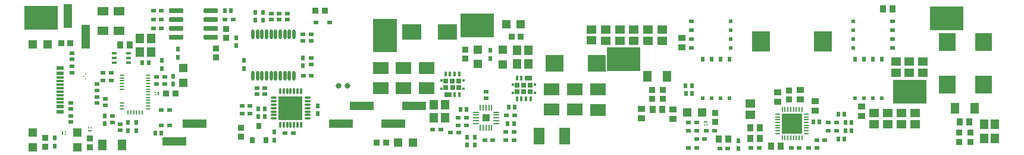
<source format=gbr>
%TF.GenerationSoftware,Altium Limited,Altium Designer,19.0.15 (446)*%
G04 Layer_Color=8421504*
%FSLAX45Y45*%
%MOMM*%
%TF.FileFunction,Paste,Top*%
%TF.Part,Single*%
G01*
G75*
%TA.AperFunction,SMDPad,CuDef*%
%ADD10R,3.43000X1.27000*%
%TA.AperFunction,ConnectorPad*%
%ADD11R,0.60000X0.75000*%
%TA.AperFunction,SMDPad,CuDef*%
%ADD12R,0.60000X0.75000*%
%ADD13R,0.64000X0.60000*%
%ADD14R,0.60000X0.64000*%
%ADD15R,0.75000X0.60000*%
%ADD16R,1.20000X1.20000*%
%ADD17R,0.85000X0.95000*%
%ADD18R,0.27000X0.17000*%
%ADD19R,0.17000X0.52000*%
%ADD20R,1.30000X1.40000*%
%ADD21R,0.90000X1.00000*%
G04:AMPARAMS|DCode=22|XSize=0.6mm|YSize=0.2mm|CornerRadius=0.04mm|HoleSize=0mm|Usage=FLASHONLY|Rotation=90.000|XOffset=0mm|YOffset=0mm|HoleType=Round|Shape=RoundedRectangle|*
%AMROUNDEDRECTD22*
21,1,0.60000,0.12000,0,0,90.0*
21,1,0.52000,0.20000,0,0,90.0*
1,1,0.08000,0.06000,0.26000*
1,1,0.08000,0.06000,-0.26000*
1,1,0.08000,-0.06000,-0.26000*
1,1,0.08000,-0.06000,0.26000*
%
%ADD22ROUNDEDRECTD22*%
G04:AMPARAMS|DCode=23|XSize=0.2mm|YSize=0.6mm|CornerRadius=0.04mm|HoleSize=0mm|Usage=FLASHONLY|Rotation=90.000|XOffset=0mm|YOffset=0mm|HoleType=Round|Shape=RoundedRectangle|*
%AMROUNDEDRECTD23*
21,1,0.20000,0.52000,0,0,90.0*
21,1,0.12000,0.60000,0,0,90.0*
1,1,0.08000,0.26000,0.06000*
1,1,0.08000,0.26000,-0.06000*
1,1,0.08000,-0.26000,-0.06000*
1,1,0.08000,-0.26000,0.06000*
%
%ADD23ROUNDEDRECTD23*%
%ADD28R,1.20000X1.65000*%
%TA.AperFunction,ConnectorPad*%
%ADD29R,0.95000X0.85000*%
%TA.AperFunction,SMDPad,CuDef*%
%ADD30R,0.17000X0.27000*%
%ADD31R,0.52000X0.17000*%
G04:AMPARAMS|DCode=32|XSize=0.2mm|YSize=0.2mm|CornerRadius=0.05mm|HoleSize=0mm|Usage=FLASHONLY|Rotation=0.000|XOffset=0mm|YOffset=0mm|HoleType=Round|Shape=RoundedRectangle|*
%AMROUNDEDRECTD32*
21,1,0.20000,0.10000,0,0,0.0*
21,1,0.10000,0.20000,0,0,0.0*
1,1,0.10000,0.05000,-0.05000*
1,1,0.10000,-0.05000,-0.05000*
1,1,0.10000,-0.05000,0.05000*
1,1,0.10000,0.05000,0.05000*
%
%ADD32ROUNDEDRECTD32*%
G04:AMPARAMS|DCode=33|XSize=1.97mm|YSize=0.6mm|CornerRadius=0.075mm|HoleSize=0mm|Usage=FLASHONLY|Rotation=0.000|XOffset=0mm|YOffset=0mm|HoleType=Round|Shape=RoundedRectangle|*
%AMROUNDEDRECTD33*
21,1,1.97000,0.45000,0,0,0.0*
21,1,1.82000,0.60000,0,0,0.0*
1,1,0.15000,0.91000,-0.22500*
1,1,0.15000,-0.91000,-0.22500*
1,1,0.15000,-0.91000,0.22500*
1,1,0.15000,0.91000,0.22500*
%
%ADD33ROUNDEDRECTD33*%
%ADD34R,0.95000X0.85000*%
%ADD35R,2.23000X1.80000*%
G04:AMPARAMS|DCode=37|XSize=0.83mm|YSize=0.22mm|CornerRadius=0.0275mm|HoleSize=0mm|Usage=FLASHONLY|Rotation=90.000|XOffset=0mm|YOffset=0mm|HoleType=Round|Shape=RoundedRectangle|*
%AMROUNDEDRECTD37*
21,1,0.83000,0.16500,0,0,90.0*
21,1,0.77500,0.22000,0,0,90.0*
1,1,0.05500,0.08250,0.38750*
1,1,0.05500,0.08250,-0.38750*
1,1,0.05500,-0.08250,-0.38750*
1,1,0.05500,-0.08250,0.38750*
%
%ADD37ROUNDEDRECTD37*%
G04:AMPARAMS|DCode=38|XSize=0.83mm|YSize=0.22mm|CornerRadius=0.0275mm|HoleSize=0mm|Usage=FLASHONLY|Rotation=180.000|XOffset=0mm|YOffset=0mm|HoleType=Round|Shape=RoundedRectangle|*
%AMROUNDEDRECTD38*
21,1,0.83000,0.16500,0,0,180.0*
21,1,0.77500,0.22000,0,0,180.0*
1,1,0.05500,-0.38750,0.08250*
1,1,0.05500,0.38750,0.08250*
1,1,0.05500,0.38750,-0.08250*
1,1,0.05500,-0.38750,-0.08250*
%
%ADD38ROUNDEDRECTD38*%
%ADD39R,1.20000X1.20000*%
%TA.AperFunction,ConnectorPad*%
%ADD40R,1.00000X0.90000*%
%ADD41R,0.90000X1.00000*%
%ADD42R,0.75000X0.60000*%
%ADD43R,0.60000X0.64000*%
%TA.AperFunction,SMDPad,CuDef*%
%ADD44R,0.66000X0.32000*%
%TA.AperFunction,ConnectorPad*%
%ADD46R,1.00000X0.30000*%
%ADD47R,1.00000X0.60000*%
%TA.AperFunction,SMDPad,CuDef*%
%ADD48R,1.27000X3.43000*%
%ADD49R,4.70000X3.43000*%
%ADD50R,1.65000X1.20000*%
%ADD52R,0.44000X0.65000*%
%ADD53R,0.35000X0.30000*%
%ADD54R,1.09000X0.65000*%
%TA.AperFunction,ConnectorPad*%
%ADD55R,0.85000X0.95000*%
%TA.AperFunction,SMDPad,CuDef*%
%ADD56R,2.70000X2.20000*%
%TA.AperFunction,ConnectorPad*%
%ADD57R,0.80000X0.90000*%
%TA.AperFunction,SMDPad,CuDef*%
%ADD58R,3.35000X3.35000*%
%TA.AperFunction,ConnectorPad*%
%ADD59O,0.30000X0.95000*%
%ADD60O,0.95000X0.30000*%
%TA.AperFunction,SMDPad,CuDef*%
%ADD61O,0.45000X1.40000*%
%TA.AperFunction,ConnectorPad*%
%ADD62R,0.70000X0.50000*%
%TA.AperFunction,SMDPad,CuDef*%
%ADD63R,1.40000X1.30000*%
%ADD64R,1.00000X0.90000*%
%ADD66R,0.55000X0.50000*%
%ADD67R,0.65000X0.50000*%
%ADD69R,0.50000X0.55000*%
%ADD70R,0.50000X0.65000*%
%ADD71R,3.00000X3.00000*%
%ADD72O,0.20000X0.70000*%
%ADD73O,0.70000X0.20000*%
%ADD74R,2.50000X3.00000*%
%ADD75R,2.45000X2.55000*%
%ADD76R,1.50000X2.40000*%
%ADD77R,2.55000X2.45000*%
%ADD78R,3.43000X4.70000*%
%ADD79C,0.80010*%
%TA.AperFunction,NonConductor*%
%ADD141R,0.70000X0.70000*%
%ADD142R,0.70000X0.70000*%
%ADD143R,0.70000X0.70000*%
%TA.AperFunction,SMDPad,CuDef*%
%ADD144R,1.10000X1.10000*%
D10*
X6010835Y1706855D02*
D03*
X5718835Y1452855D02*
D03*
X3346475Y1193775D02*
D03*
X3638475Y1447775D02*
D03*
X6463975Y1450315D02*
D03*
X6755975Y1704315D02*
D03*
D11*
X7508435Y1257294D02*
D03*
Y1142294D02*
D03*
X2352015Y1563035D02*
D03*
Y1448035D02*
D03*
X4767755Y1213801D02*
D03*
Y1328801D02*
D03*
X4609975Y2929975D02*
D03*
Y3044975D02*
D03*
X4497475Y2929975D02*
D03*
Y3044975D02*
D03*
D12*
X7622735Y1257262D02*
D03*
Y1142262D02*
D03*
X2807474Y1352175D02*
D03*
Y1467175D02*
D03*
X3327375Y2014974D02*
D03*
Y2129974D02*
D03*
X3165515Y2242095D02*
D03*
Y2357095D02*
D03*
X3395955Y2398655D02*
D03*
Y2513655D02*
D03*
X2687295Y1352175D02*
D03*
Y1467175D02*
D03*
X5176495Y2391735D02*
D03*
Y2276735D02*
D03*
X11369975Y1207475D02*
D03*
Y1092475D02*
D03*
X1648435Y1243843D02*
D03*
Y1128843D02*
D03*
X7842475Y2499975D02*
D03*
Y2384975D02*
D03*
X5389855Y1706654D02*
D03*
Y1591654D02*
D03*
X4335755Y2241175D02*
D03*
Y2356175D02*
D03*
X4223995Y2681840D02*
D03*
Y2566840D02*
D03*
D13*
X2468855Y1469814D02*
D03*
Y1557815D02*
D03*
X2575535Y1445235D02*
D03*
Y1357235D02*
D03*
X1877443Y1560355D02*
D03*
Y1472355D02*
D03*
X2361823Y1803647D02*
D03*
Y1715647D02*
D03*
X2249975Y1743799D02*
D03*
Y1831799D02*
D03*
X2249974Y2013975D02*
D03*
Y1925975D02*
D03*
X1877035Y1661414D02*
D03*
Y1749414D02*
D03*
X5295318Y2387078D02*
D03*
Y2299078D02*
D03*
X7782475Y1905131D02*
D03*
Y1817131D02*
D03*
X1889735Y2269015D02*
D03*
Y2181015D02*
D03*
Y2374054D02*
D03*
Y2462055D02*
D03*
X4632359Y1963014D02*
D03*
Y1875014D02*
D03*
X4525631Y1963014D02*
D03*
Y1875014D02*
D03*
X5295335Y2638475D02*
D03*
Y2726475D02*
D03*
X5176495Y2638215D02*
D03*
Y2726215D02*
D03*
X4954454Y2941706D02*
D03*
Y3029706D02*
D03*
X4840154Y2941706D02*
D03*
Y3029706D02*
D03*
X4725854Y2941706D02*
D03*
Y3029706D02*
D03*
D14*
X3072554Y1312475D02*
D03*
X3160555D02*
D03*
X2981475Y2320474D02*
D03*
X2893475D02*
D03*
X4065974Y3067475D02*
D03*
X4153974D02*
D03*
X7503755Y1655891D02*
D03*
X7415755D02*
D03*
X8177724Y1452414D02*
D03*
X8089724D02*
D03*
X8103025Y1686984D02*
D03*
X8191025D02*
D03*
X12880475Y1228935D02*
D03*
X12792475D02*
D03*
X4632359Y1551313D02*
D03*
X4544359D02*
D03*
X4632359Y1665613D02*
D03*
X4544359D02*
D03*
X10623395Y1991996D02*
D03*
X10711395D02*
D03*
X10623975Y1883096D02*
D03*
X10711975D02*
D03*
D15*
X3275655Y1424915D02*
D03*
X3160655D02*
D03*
X3160694Y1648875D02*
D03*
X3275694D02*
D03*
X3209622Y2016735D02*
D03*
X3094622D02*
D03*
X3209615Y2120875D02*
D03*
X3094615D02*
D03*
X2332194Y2067435D02*
D03*
X2447194D02*
D03*
X2332194Y2182475D02*
D03*
X2447194D02*
D03*
X3162474Y2814975D02*
D03*
X3047474D02*
D03*
X3162474Y3067975D02*
D03*
X3047474D02*
D03*
X3162474Y2939975D02*
D03*
X3047474D02*
D03*
X5182495Y2135532D02*
D03*
X5297495D02*
D03*
X11030275Y1345423D02*
D03*
X10915275D02*
D03*
X10664975Y1347475D02*
D03*
X10779975D02*
D03*
X10664975Y1467475D02*
D03*
X10779975D02*
D03*
X12237474Y1104974D02*
D03*
X12122474D02*
D03*
X5038115Y1313474D02*
D03*
X4923115D02*
D03*
X8188015Y1569255D02*
D03*
X8073015D02*
D03*
X8063525Y1334167D02*
D03*
X8178525D02*
D03*
X7275455Y1323315D02*
D03*
X7390455D02*
D03*
X7502215Y1423154D02*
D03*
X7387215D02*
D03*
X7387975Y1536375D02*
D03*
X7502975D02*
D03*
X7023995Y1369035D02*
D03*
X7138995D02*
D03*
X4307475Y1594175D02*
D03*
X4422475D02*
D03*
Y1704175D02*
D03*
X4307475D02*
D03*
X12653975Y1346434D02*
D03*
X12768975D02*
D03*
D16*
X3477235Y2246195D02*
D03*
Y2036195D02*
D03*
X1968975Y1114975D02*
D03*
Y1324975D02*
D03*
X1334875Y1116255D02*
D03*
Y1326255D02*
D03*
X8018642Y2297337D02*
D03*
Y2507337D02*
D03*
X7664975Y2512475D02*
D03*
Y2302474D02*
D03*
D17*
X3229354Y1884975D02*
D03*
X3359354D02*
D03*
X1735835Y2603804D02*
D03*
X1865835D02*
D03*
X5355335Y3068711D02*
D03*
X5485335D02*
D03*
X8277174Y2697455D02*
D03*
X8147174D02*
D03*
D18*
X3078735Y1902155D02*
D03*
Y1867155D02*
D03*
X1795475Y1300735D02*
D03*
Y1335735D02*
D03*
D19*
X3118735Y1884655D02*
D03*
X1755475Y1318235D02*
D03*
D20*
X3017818Y2670474D02*
D03*
X2857819D02*
D03*
X7197676Y1719974D02*
D03*
X7037677D02*
D03*
X3017818Y2475475D02*
D03*
X2857818D02*
D03*
X8382474Y2302475D02*
D03*
X8222475D02*
D03*
X8383724Y2499975D02*
D03*
X8223724D02*
D03*
X7197676Y1532474D02*
D03*
X7037677D02*
D03*
X14866125Y1441110D02*
D03*
X15026126D02*
D03*
X14866125Y1238610D02*
D03*
X15026126D02*
D03*
D21*
X2714155Y2578275D02*
D03*
X2579155D02*
D03*
X10152475Y1656833D02*
D03*
X10287475D02*
D03*
X11674975Y1394435D02*
D03*
X11539975D02*
D03*
X14661215Y1472475D02*
D03*
X14526215D02*
D03*
X13564975Y3094975D02*
D03*
X13429974D02*
D03*
D22*
X2687954Y1615415D02*
D03*
X2727955D02*
D03*
X2767955D02*
D03*
X2807955D02*
D03*
X2847954D02*
D03*
X2887955D02*
D03*
D23*
X2977954Y1665414D02*
D03*
Y1705414D02*
D03*
Y1745415D02*
D03*
Y1785415D02*
D03*
Y1825414D02*
D03*
Y1865415D02*
D03*
Y1905415D02*
D03*
Y1945414D02*
D03*
Y1985415D02*
D03*
Y2025415D02*
D03*
Y2065414D02*
D03*
Y2105415D02*
D03*
Y2145415D02*
D03*
X2597955D02*
D03*
Y2105415D02*
D03*
Y2065414D02*
D03*
Y2025415D02*
D03*
Y1985415D02*
D03*
Y1945414D02*
D03*
Y1745415D02*
D03*
Y1705414D02*
D03*
Y1665414D02*
D03*
D28*
X2323974Y1147475D02*
D03*
X2603974D02*
D03*
X10359974Y2129257D02*
D03*
X10079975D02*
D03*
X14733714Y1672475D02*
D03*
X14453716D02*
D03*
D29*
X2143975Y1242475D02*
D03*
Y1112475D02*
D03*
X10142475Y1936757D02*
D03*
Y1806757D02*
D03*
X4297655Y1260855D02*
D03*
Y1390855D02*
D03*
D30*
X2162474Y1392475D02*
D03*
X2127474D02*
D03*
X10889974Y1432475D02*
D03*
X10924975D02*
D03*
D31*
X2144974Y1352475D02*
D03*
X10907475Y1472475D02*
D03*
D32*
X2087615Y2160435D02*
D03*
Y2092435D02*
D03*
X2057615Y2126435D02*
D03*
D33*
X3369975Y3067975D02*
D03*
Y2940975D02*
D03*
Y2813975D02*
D03*
Y2686975D02*
D03*
X3864974D02*
D03*
Y2813975D02*
D03*
Y2940975D02*
D03*
Y3067975D02*
D03*
D34*
X3936975Y2397055D02*
D03*
Y2527055D02*
D03*
X4083974Y2679540D02*
D03*
Y2809540D02*
D03*
X11044975Y1472475D02*
D03*
Y1602475D02*
D03*
X10297474Y1936757D02*
D03*
Y1806757D02*
D03*
X1509875Y1121335D02*
D03*
Y1251335D02*
D03*
X7489975Y2382475D02*
D03*
Y2512475D02*
D03*
X12095115Y1928909D02*
D03*
Y1798909D02*
D03*
X14513715Y1322475D02*
D03*
Y1192475D02*
D03*
X14673715Y1322475D02*
D03*
Y1192475D02*
D03*
D35*
X9372275Y1941755D02*
D03*
Y1649755D02*
D03*
X9040364Y1944073D02*
D03*
Y1652073D02*
D03*
X8712175Y1944076D02*
D03*
Y1652076D02*
D03*
X6287475Y1958392D02*
D03*
Y2250392D02*
D03*
X6609975Y1958392D02*
D03*
Y2250392D02*
D03*
X6932475Y1958392D02*
D03*
Y2250392D02*
D03*
D37*
X7702475Y1678975D02*
D03*
X7742475D02*
D03*
X7782475D02*
D03*
X7822475D02*
D03*
X7862475D02*
D03*
Y1390975D02*
D03*
X7822475D02*
D03*
X7782475D02*
D03*
X7742475D02*
D03*
X7702475D02*
D03*
D38*
X7638475Y1454975D02*
D03*
Y1494975D02*
D03*
Y1534975D02*
D03*
Y1574975D02*
D03*
Y1614975D02*
D03*
X7926475D02*
D03*
Y1574975D02*
D03*
Y1534975D02*
D03*
Y1494975D02*
D03*
Y1454975D02*
D03*
D39*
X10645250Y1610102D02*
D03*
X10855250D02*
D03*
X1544875Y2583779D02*
D03*
X1334875D02*
D03*
X6531195Y1178535D02*
D03*
X6741195D02*
D03*
X8277998Y2875655D02*
D03*
X8067998D02*
D03*
D40*
X9994135Y1658576D02*
D03*
Y1523576D02*
D03*
X10444455Y1656308D02*
D03*
Y1521308D02*
D03*
D41*
X11974975Y1126472D02*
D03*
X11839975D02*
D03*
X11231926Y1227475D02*
D03*
X11096926D02*
D03*
X11674975Y1237779D02*
D03*
X11539975D02*
D03*
D42*
X11666455Y1102674D02*
D03*
X11551455D02*
D03*
X10778584Y1227475D02*
D03*
X10893584D02*
D03*
X10664975Y1107474D02*
D03*
X10779975D02*
D03*
X11222695Y1093313D02*
D03*
X11107695D02*
D03*
X12487474Y1104974D02*
D03*
X12372474D02*
D03*
X12487475Y1212435D02*
D03*
X12602475D02*
D03*
X12653474Y1468795D02*
D03*
X12768474D02*
D03*
X8179094Y1214641D02*
D03*
X8064094D02*
D03*
X7764975D02*
D03*
X7879975D02*
D03*
X4069975Y2939975D02*
D03*
X4184975D02*
D03*
D43*
X12880473Y1586295D02*
D03*
X12792474D02*
D03*
X12984975Y1468795D02*
D03*
X12896974D02*
D03*
X12438475Y1477635D02*
D03*
X12526475D02*
D03*
X12984953Y1346434D02*
D03*
X12896954D02*
D03*
D44*
X2492475Y2454975D02*
D03*
Y2389975D02*
D03*
Y2324975D02*
D03*
X2697474D02*
D03*
Y2389975D02*
D03*
Y2454975D02*
D03*
D46*
X1720054Y1759052D02*
D03*
Y1809052D02*
D03*
Y2059052D02*
D03*
Y2109052D02*
D03*
Y1909052D02*
D03*
Y1859052D02*
D03*
Y2009052D02*
D03*
Y1959052D02*
D03*
D47*
Y1618052D02*
D03*
Y1698052D02*
D03*
Y2170052D02*
D03*
Y2250052D02*
D03*
D48*
X1831315Y2988475D02*
D03*
X2085315Y2696475D02*
D03*
D49*
X1447775Y2964155D02*
D03*
X7655535Y2854935D02*
D03*
X14338275Y2953995D02*
D03*
X13807475Y1907475D02*
D03*
X9739476Y2376972D02*
D03*
D50*
X2330636Y2779831D02*
D03*
Y3059831D02*
D03*
X2562686Y2778435D02*
D03*
Y3058435D02*
D03*
D52*
X7399755Y2159975D02*
D03*
X7334756D02*
D03*
X7269757D02*
D03*
X7204757D02*
D03*
X7399755Y1864975D02*
D03*
X7334756Y1864974D02*
D03*
X8219976Y1805890D02*
D03*
X8284975D02*
D03*
X8349974D02*
D03*
X8414974D02*
D03*
X8219976Y2100890D02*
D03*
X8284975Y2100891D02*
D03*
D53*
X7459755Y1952475D02*
D03*
X7459755Y2072474D02*
D03*
X7144756D02*
D03*
Y1952475D02*
D03*
X8159976Y2013390D02*
D03*
X8159976Y1893391D02*
D03*
X8474975D02*
D03*
Y2013390D02*
D03*
D54*
X7237257Y1864974D02*
D03*
X8382474Y2100891D02*
D03*
D55*
X6358295Y1178538D02*
D03*
X6228295D02*
D03*
D56*
X6722475Y2760891D02*
D03*
X7232475D02*
D03*
D57*
X4457755Y1213474D02*
D03*
X4647755D02*
D03*
X4552755Y1413474D02*
D03*
D58*
X5000935Y1674154D02*
D03*
D59*
X4850935Y1914154D02*
D03*
X4900935D02*
D03*
X4950935D02*
D03*
X5000935D02*
D03*
X5050935D02*
D03*
X5100935D02*
D03*
X5150935D02*
D03*
Y1434154D02*
D03*
X5100935D02*
D03*
X5050935D02*
D03*
X5000935D02*
D03*
X4950935D02*
D03*
X4900935D02*
D03*
X4850935D02*
D03*
D60*
X5240935Y1824154D02*
D03*
Y1774154D02*
D03*
Y1724155D02*
D03*
Y1674154D02*
D03*
Y1624154D02*
D03*
Y1574154D02*
D03*
Y1524154D02*
D03*
X4760935D02*
D03*
Y1574154D02*
D03*
Y1624154D02*
D03*
Y1674154D02*
D03*
Y1724155D02*
D03*
Y1774154D02*
D03*
Y1824154D02*
D03*
D61*
X4463954Y2136110D02*
D03*
X4528955D02*
D03*
X4593954D02*
D03*
X4658955D02*
D03*
X4723954D02*
D03*
X4788955D02*
D03*
X4853954D02*
D03*
X4918955D02*
D03*
X4983954D02*
D03*
X5048955D02*
D03*
X4463954Y2726110D02*
D03*
X4528955D02*
D03*
X4593954D02*
D03*
X4658955D02*
D03*
X4723954D02*
D03*
X4788955D02*
D03*
X4853954D02*
D03*
X4918955D02*
D03*
X4983954D02*
D03*
X5048955D02*
D03*
D62*
X5558435Y2895575D02*
D03*
X5358435D02*
D03*
D63*
X10284988Y2637195D02*
D03*
Y2797195D02*
D03*
X10086760Y2638338D02*
D03*
Y2798338D02*
D03*
X9885689Y2638338D02*
D03*
Y2798338D02*
D03*
X9684618Y2638338D02*
D03*
Y2798338D02*
D03*
X9483546Y2638338D02*
D03*
Y2798338D02*
D03*
X9285505Y2641221D02*
D03*
Y2801221D02*
D03*
X11539975Y1741134D02*
D03*
Y1581135D02*
D03*
X13300127Y1603555D02*
D03*
Y1443555D02*
D03*
X13497626Y1603555D02*
D03*
Y1443555D02*
D03*
X13695126Y1604770D02*
D03*
Y1444770D02*
D03*
X13890126D02*
D03*
Y1604770D02*
D03*
X13997475Y2177475D02*
D03*
Y2337475D02*
D03*
X13804974Y2178338D02*
D03*
Y2338338D02*
D03*
X13612474Y2177475D02*
D03*
Y2337475D02*
D03*
D64*
X10564975Y2542475D02*
D03*
Y2677475D02*
D03*
X12468835Y1636815D02*
D03*
Y1771815D02*
D03*
X12251521Y1801151D02*
D03*
Y1936151D02*
D03*
X11930355Y1761275D02*
D03*
Y1896275D02*
D03*
X13123656Y1693075D02*
D03*
Y1558075D02*
D03*
D66*
X11259975Y2912975D02*
D03*
Y2785975D02*
D03*
Y2658975D02*
D03*
Y2531975D02*
D03*
X13010974Y2531838D02*
D03*
Y2658838D02*
D03*
Y2785838D02*
D03*
Y2912838D02*
D03*
D67*
X10704975Y2531975D02*
D03*
Y2658975D02*
D03*
Y2785975D02*
D03*
Y2912975D02*
D03*
X13565974Y2912838D02*
D03*
Y2785838D02*
D03*
Y2658838D02*
D03*
Y2531838D02*
D03*
D69*
X11242475Y1814975D02*
D03*
X11115475D02*
D03*
X10988475D02*
D03*
X10861475D02*
D03*
X13410976Y1815838D02*
D03*
X13283975D02*
D03*
X13156975D02*
D03*
X13029974D02*
D03*
D70*
X10861475Y2369975D02*
D03*
X10988475D02*
D03*
X11115475D02*
D03*
X11242475D02*
D03*
X13029974Y2370838D02*
D03*
X13156975D02*
D03*
X13283975D02*
D03*
X13410976D02*
D03*
D71*
X12137475Y1447475D02*
D03*
D72*
X11997475Y1649975D02*
D03*
X12037475D02*
D03*
X12077475D02*
D03*
X12117475D02*
D03*
X12157475D02*
D03*
X12197475D02*
D03*
X12237475D02*
D03*
X12277475D02*
D03*
Y1244975D02*
D03*
X12237475D02*
D03*
X12197475D02*
D03*
X12157475D02*
D03*
X12117475D02*
D03*
X12077475D02*
D03*
X12037475D02*
D03*
X11997475D02*
D03*
D73*
X12339975Y1587475D02*
D03*
Y1547475D02*
D03*
Y1507475D02*
D03*
Y1467475D02*
D03*
Y1347475D02*
D03*
Y1307475D02*
D03*
X11934975D02*
D03*
Y1347475D02*
D03*
Y1387475D02*
D03*
Y1427475D02*
D03*
Y1467475D02*
D03*
Y1507475D02*
D03*
Y1547475D02*
D03*
Y1587475D02*
D03*
X12339975Y1427475D02*
D03*
Y1387475D02*
D03*
D74*
X12578633Y2631415D02*
D03*
X11698629D02*
D03*
D75*
X14348434Y2614973D02*
D03*
Y2009973D02*
D03*
X14858975Y2614965D02*
D03*
Y2009964D02*
D03*
D76*
X8534795Y1269975D02*
D03*
X8904794D02*
D03*
D77*
X8755115Y2313376D02*
D03*
X9360115D02*
D03*
D78*
X6342474Y2714215D02*
D03*
D79*
X5683927Y1995914D02*
D03*
X5810975Y1994434D02*
D03*
D141*
X7209755Y1964975D02*
D03*
X7304756D02*
D03*
X8409976Y2000890D02*
D03*
X8314975D02*
D03*
D142*
X7209755Y2059975D02*
D03*
X7302256D02*
D03*
X8409976Y1905891D02*
D03*
X8317475D02*
D03*
D143*
X7394756Y2059975D02*
D03*
Y1964975D02*
D03*
X8224975Y1905890D02*
D03*
Y2000890D02*
D03*
D144*
X7782475Y1534975D02*
D03*
%TF.MD5,db9ca92a8be8cb55228bd1de25acc906*%
M02*

</source>
